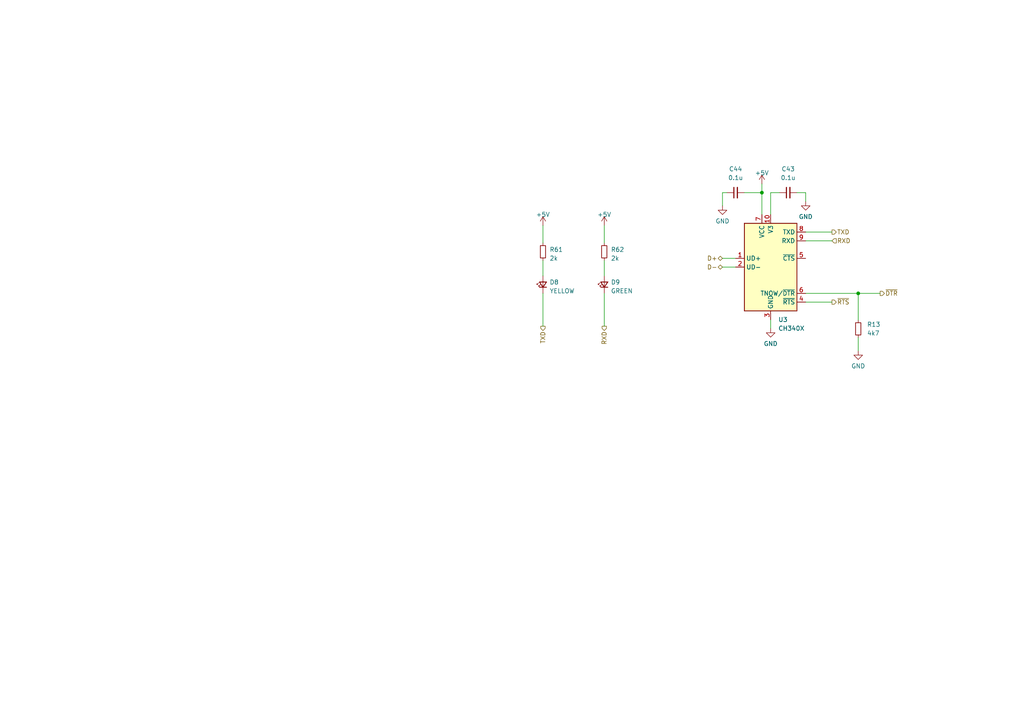
<source format=kicad_sch>
(kicad_sch
	(version 20231120)
	(generator "eeschema")
	(generator_version "8.0")
	(uuid "5c229586-3ba7-41ec-b90b-18c36cce381c")
	(paper "A4")
	(lib_symbols
		(symbol "Device:C_Small"
			(pin_numbers hide)
			(pin_names
				(offset 0.254) hide)
			(exclude_from_sim no)
			(in_bom yes)
			(on_board yes)
			(property "Reference" "C"
				(at 0.254 1.778 0)
				(effects
					(font
						(size 1.27 1.27)
					)
					(justify left)
				)
			)
			(property "Value" "C_Small"
				(at 0.254 -2.032 0)
				(effects
					(font
						(size 1.27 1.27)
					)
					(justify left)
				)
			)
			(property "Footprint" ""
				(at 0 0 0)
				(effects
					(font
						(size 1.27 1.27)
					)
					(hide yes)
				)
			)
			(property "Datasheet" "~"
				(at 0 0 0)
				(effects
					(font
						(size 1.27 1.27)
					)
					(hide yes)
				)
			)
			(property "Description" "Unpolarized capacitor, small symbol"
				(at 0 0 0)
				(effects
					(font
						(size 1.27 1.27)
					)
					(hide yes)
				)
			)
			(property "ki_keywords" "capacitor cap"
				(at 0 0 0)
				(effects
					(font
						(size 1.27 1.27)
					)
					(hide yes)
				)
			)
			(property "ki_fp_filters" "C_*"
				(at 0 0 0)
				(effects
					(font
						(size 1.27 1.27)
					)
					(hide yes)
				)
			)
			(symbol "C_Small_0_1"
				(polyline
					(pts
						(xy -1.524 -0.508) (xy 1.524 -0.508)
					)
					(stroke
						(width 0.3302)
						(type default)
					)
					(fill
						(type none)
					)
				)
				(polyline
					(pts
						(xy -1.524 0.508) (xy 1.524 0.508)
					)
					(stroke
						(width 0.3048)
						(type default)
					)
					(fill
						(type none)
					)
				)
			)
			(symbol "C_Small_1_1"
				(pin passive line
					(at 0 2.54 270)
					(length 2.032)
					(name "~"
						(effects
							(font
								(size 1.27 1.27)
							)
						)
					)
					(number "1"
						(effects
							(font
								(size 1.27 1.27)
							)
						)
					)
				)
				(pin passive line
					(at 0 -2.54 90)
					(length 2.032)
					(name "~"
						(effects
							(font
								(size 1.27 1.27)
							)
						)
					)
					(number "2"
						(effects
							(font
								(size 1.27 1.27)
							)
						)
					)
				)
			)
		)
		(symbol "Device:LED_Small"
			(pin_numbers hide)
			(pin_names
				(offset 0.254) hide)
			(exclude_from_sim no)
			(in_bom yes)
			(on_board yes)
			(property "Reference" "D"
				(at -1.27 3.175 0)
				(effects
					(font
						(size 1.27 1.27)
					)
					(justify left)
				)
			)
			(property "Value" "LED_Small"
				(at -4.445 -2.54 0)
				(effects
					(font
						(size 1.27 1.27)
					)
					(justify left)
				)
			)
			(property "Footprint" ""
				(at 0 0 90)
				(effects
					(font
						(size 1.27 1.27)
					)
					(hide yes)
				)
			)
			(property "Datasheet" "~"
				(at 0 0 90)
				(effects
					(font
						(size 1.27 1.27)
					)
					(hide yes)
				)
			)
			(property "Description" "Light emitting diode, small symbol"
				(at 0 0 0)
				(effects
					(font
						(size 1.27 1.27)
					)
					(hide yes)
				)
			)
			(property "ki_keywords" "LED diode light-emitting-diode"
				(at 0 0 0)
				(effects
					(font
						(size 1.27 1.27)
					)
					(hide yes)
				)
			)
			(property "ki_fp_filters" "LED* LED_SMD:* LED_THT:*"
				(at 0 0 0)
				(effects
					(font
						(size 1.27 1.27)
					)
					(hide yes)
				)
			)
			(symbol "LED_Small_0_1"
				(polyline
					(pts
						(xy -0.762 -1.016) (xy -0.762 1.016)
					)
					(stroke
						(width 0.254)
						(type default)
					)
					(fill
						(type none)
					)
				)
				(polyline
					(pts
						(xy 1.016 0) (xy -0.762 0)
					)
					(stroke
						(width 0)
						(type default)
					)
					(fill
						(type none)
					)
				)
				(polyline
					(pts
						(xy 0.762 -1.016) (xy -0.762 0) (xy 0.762 1.016) (xy 0.762 -1.016)
					)
					(stroke
						(width 0.254)
						(type default)
					)
					(fill
						(type none)
					)
				)
				(polyline
					(pts
						(xy 0 0.762) (xy -0.508 1.27) (xy -0.254 1.27) (xy -0.508 1.27) (xy -0.508 1.016)
					)
					(stroke
						(width 0)
						(type default)
					)
					(fill
						(type none)
					)
				)
				(polyline
					(pts
						(xy 0.508 1.27) (xy 0 1.778) (xy 0.254 1.778) (xy 0 1.778) (xy 0 1.524)
					)
					(stroke
						(width 0)
						(type default)
					)
					(fill
						(type none)
					)
				)
			)
			(symbol "LED_Small_1_1"
				(pin passive line
					(at -2.54 0 0)
					(length 1.778)
					(name "K"
						(effects
							(font
								(size 1.27 1.27)
							)
						)
					)
					(number "1"
						(effects
							(font
								(size 1.27 1.27)
							)
						)
					)
				)
				(pin passive line
					(at 2.54 0 180)
					(length 1.778)
					(name "A"
						(effects
							(font
								(size 1.27 1.27)
							)
						)
					)
					(number "2"
						(effects
							(font
								(size 1.27 1.27)
							)
						)
					)
				)
			)
		)
		(symbol "Device:R_Small"
			(pin_numbers hide)
			(pin_names
				(offset 0.254) hide)
			(exclude_from_sim no)
			(in_bom yes)
			(on_board yes)
			(property "Reference" "R"
				(at 0.762 0.508 0)
				(effects
					(font
						(size 1.27 1.27)
					)
					(justify left)
				)
			)
			(property "Value" "R_Small"
				(at 0.762 -1.016 0)
				(effects
					(font
						(size 1.27 1.27)
					)
					(justify left)
				)
			)
			(property "Footprint" ""
				(at 0 0 0)
				(effects
					(font
						(size 1.27 1.27)
					)
					(hide yes)
				)
			)
			(property "Datasheet" "~"
				(at 0 0 0)
				(effects
					(font
						(size 1.27 1.27)
					)
					(hide yes)
				)
			)
			(property "Description" "Resistor, small symbol"
				(at 0 0 0)
				(effects
					(font
						(size 1.27 1.27)
					)
					(hide yes)
				)
			)
			(property "ki_keywords" "R resistor"
				(at 0 0 0)
				(effects
					(font
						(size 1.27 1.27)
					)
					(hide yes)
				)
			)
			(property "ki_fp_filters" "R_*"
				(at 0 0 0)
				(effects
					(font
						(size 1.27 1.27)
					)
					(hide yes)
				)
			)
			(symbol "R_Small_0_1"
				(rectangle
					(start -0.762 1.778)
					(end 0.762 -1.778)
					(stroke
						(width 0.2032)
						(type default)
					)
					(fill
						(type none)
					)
				)
			)
			(symbol "R_Small_1_1"
				(pin passive line
					(at 0 2.54 270)
					(length 0.762)
					(name "~"
						(effects
							(font
								(size 1.27 1.27)
							)
						)
					)
					(number "1"
						(effects
							(font
								(size 1.27 1.27)
							)
						)
					)
				)
				(pin passive line
					(at 0 -2.54 90)
					(length 0.762)
					(name "~"
						(effects
							(font
								(size 1.27 1.27)
							)
						)
					)
					(number "2"
						(effects
							(font
								(size 1.27 1.27)
							)
						)
					)
				)
			)
		)
		(symbol "Interface_USB:CH340X"
			(exclude_from_sim no)
			(in_bom yes)
			(on_board yes)
			(property "Reference" "U"
				(at -5.08 13.97 0)
				(effects
					(font
						(size 1.27 1.27)
					)
					(justify right)
				)
			)
			(property "Value" "CH340X"
				(at 1.27 13.97 0)
				(effects
					(font
						(size 1.27 1.27)
					)
					(justify left)
				)
			)
			(property "Footprint" "Package_SO:MSOP-10_3x3mm_P0.5mm"
				(at 1.27 -13.97 0)
				(effects
					(font
						(size 1.27 1.27)
					)
					(justify left)
					(hide yes)
				)
			)
			(property "Datasheet" "https://cdn.sparkfun.com/assets/5/0/a/8/5/CH340DS1.PDF"
				(at -8.89 20.32 0)
				(effects
					(font
						(size 1.27 1.27)
					)
					(hide yes)
				)
			)
			(property "Description" "USB serial converter, 5V-tolerant IO, UART, MSOP-10"
				(at 0 0 0)
				(effects
					(font
						(size 1.27 1.27)
					)
					(hide yes)
				)
			)
			(property "ki_keywords" "USB UART Serial Converter Interface"
				(at 0 0 0)
				(effects
					(font
						(size 1.27 1.27)
					)
					(hide yes)
				)
			)
			(property "ki_fp_filters" "MSOP*3x3mm*P0.5mm*"
				(at 0 0 0)
				(effects
					(font
						(size 1.27 1.27)
					)
					(hide yes)
				)
			)
			(symbol "CH340X_0_1"
				(rectangle
					(start -7.62 12.7)
					(end 7.62 -12.7)
					(stroke
						(width 0.254)
						(type default)
					)
					(fill
						(type background)
					)
				)
			)
			(symbol "CH340X_1_1"
				(pin bidirectional line
					(at -10.16 2.54 0)
					(length 2.54)
					(name "UD+"
						(effects
							(font
								(size 1.27 1.27)
							)
						)
					)
					(number "1"
						(effects
							(font
								(size 1.27 1.27)
							)
						)
					)
				)
				(pin power_out line
					(at 0 15.24 270)
					(length 2.54)
					(name "V3"
						(effects
							(font
								(size 1.27 1.27)
							)
						)
					)
					(number "10"
						(effects
							(font
								(size 1.27 1.27)
							)
						)
					)
				)
				(pin bidirectional line
					(at -10.16 0 0)
					(length 2.54)
					(name "UD-"
						(effects
							(font
								(size 1.27 1.27)
							)
						)
					)
					(number "2"
						(effects
							(font
								(size 1.27 1.27)
							)
						)
					)
				)
				(pin power_in line
					(at 0 -15.24 90)
					(length 2.54)
					(name "GND"
						(effects
							(font
								(size 1.27 1.27)
							)
						)
					)
					(number "3"
						(effects
							(font
								(size 1.27 1.27)
							)
						)
					)
				)
				(pin output line
					(at 10.16 -10.16 180)
					(length 2.54)
					(name "~{RTS}"
						(effects
							(font
								(size 1.27 1.27)
							)
						)
					)
					(number "4"
						(effects
							(font
								(size 1.27 1.27)
							)
						)
					)
				)
				(pin input line
					(at 10.16 2.54 180)
					(length 2.54)
					(name "~{CTS}"
						(effects
							(font
								(size 1.27 1.27)
							)
						)
					)
					(number "5"
						(effects
							(font
								(size 1.27 1.27)
							)
						)
					)
				)
				(pin output line
					(at 10.16 -7.62 180)
					(length 2.54)
					(name "TNOW/~{DTR}"
						(effects
							(font
								(size 1.27 1.27)
							)
						)
					)
					(number "6"
						(effects
							(font
								(size 1.27 1.27)
							)
						)
					)
				)
				(pin power_in line
					(at -2.54 15.24 270)
					(length 2.54)
					(name "VCC"
						(effects
							(font
								(size 1.27 1.27)
							)
						)
					)
					(number "7"
						(effects
							(font
								(size 1.27 1.27)
							)
						)
					)
				)
				(pin output line
					(at 10.16 10.16 180)
					(length 2.54)
					(name "TXD"
						(effects
							(font
								(size 1.27 1.27)
							)
						)
					)
					(number "8"
						(effects
							(font
								(size 1.27 1.27)
							)
						)
					)
				)
				(pin input line
					(at 10.16 7.62 180)
					(length 2.54)
					(name "RXD"
						(effects
							(font
								(size 1.27 1.27)
							)
						)
					)
					(number "9"
						(effects
							(font
								(size 1.27 1.27)
							)
						)
					)
				)
			)
		)
		(symbol "power:+5V"
			(power)
			(pin_names
				(offset 0)
			)
			(exclude_from_sim no)
			(in_bom yes)
			(on_board yes)
			(property "Reference" "#PWR"
				(at 0 -3.81 0)
				(effects
					(font
						(size 1.27 1.27)
					)
					(hide yes)
				)
			)
			(property "Value" "+5V"
				(at 0 3.556 0)
				(effects
					(font
						(size 1.27 1.27)
					)
				)
			)
			(property "Footprint" ""
				(at 0 0 0)
				(effects
					(font
						(size 1.27 1.27)
					)
					(hide yes)
				)
			)
			(property "Datasheet" ""
				(at 0 0 0)
				(effects
					(font
						(size 1.27 1.27)
					)
					(hide yes)
				)
			)
			(property "Description" "Power symbol creates a global label with name \"+5V\""
				(at 0 0 0)
				(effects
					(font
						(size 1.27 1.27)
					)
					(hide yes)
				)
			)
			(property "ki_keywords" "global power"
				(at 0 0 0)
				(effects
					(font
						(size 1.27 1.27)
					)
					(hide yes)
				)
			)
			(symbol "+5V_0_1"
				(polyline
					(pts
						(xy -0.762 1.27) (xy 0 2.54)
					)
					(stroke
						(width 0)
						(type default)
					)
					(fill
						(type none)
					)
				)
				(polyline
					(pts
						(xy 0 0) (xy 0 2.54)
					)
					(stroke
						(width 0)
						(type default)
					)
					(fill
						(type none)
					)
				)
				(polyline
					(pts
						(xy 0 2.54) (xy 0.762 1.27)
					)
					(stroke
						(width 0)
						(type default)
					)
					(fill
						(type none)
					)
				)
			)
			(symbol "+5V_1_1"
				(pin power_in line
					(at 0 0 90)
					(length 0) hide
					(name "+5V"
						(effects
							(font
								(size 1.27 1.27)
							)
						)
					)
					(number "1"
						(effects
							(font
								(size 1.27 1.27)
							)
						)
					)
				)
			)
		)
		(symbol "power:GND"
			(power)
			(pin_names
				(offset 0)
			)
			(exclude_from_sim no)
			(in_bom yes)
			(on_board yes)
			(property "Reference" "#PWR"
				(at 0 -6.35 0)
				(effects
					(font
						(size 1.27 1.27)
					)
					(hide yes)
				)
			)
			(property "Value" "GND"
				(at 0 -3.81 0)
				(effects
					(font
						(size 1.27 1.27)
					)
				)
			)
			(property "Footprint" ""
				(at 0 0 0)
				(effects
					(font
						(size 1.27 1.27)
					)
					(hide yes)
				)
			)
			(property "Datasheet" ""
				(at 0 0 0)
				(effects
					(font
						(size 1.27 1.27)
					)
					(hide yes)
				)
			)
			(property "Description" "Power symbol creates a global label with name \"GND\" , ground"
				(at 0 0 0)
				(effects
					(font
						(size 1.27 1.27)
					)
					(hide yes)
				)
			)
			(property "ki_keywords" "global power"
				(at 0 0 0)
				(effects
					(font
						(size 1.27 1.27)
					)
					(hide yes)
				)
			)
			(symbol "GND_0_1"
				(polyline
					(pts
						(xy 0 0) (xy 0 -1.27) (xy 1.27 -1.27) (xy 0 -2.54) (xy -1.27 -1.27) (xy 0 -1.27)
					)
					(stroke
						(width 0)
						(type default)
					)
					(fill
						(type none)
					)
				)
			)
			(symbol "GND_1_1"
				(pin power_in line
					(at 0 0 270)
					(length 0) hide
					(name "GND"
						(effects
							(font
								(size 1.27 1.27)
							)
						)
					)
					(number "1"
						(effects
							(font
								(size 1.27 1.27)
							)
						)
					)
				)
			)
		)
	)
	(junction
		(at 248.92 85.09)
		(diameter 0)
		(color 0 0 0 0)
		(uuid "e7d8d392-5503-4008-8242-ac6db60419c1")
	)
	(junction
		(at 220.98 55.88)
		(diameter 0)
		(color 0 0 0 0)
		(uuid "f4bc8e39-86eb-47c1-af11-b399f9a2fcf0")
	)
	(wire
		(pts
			(xy 175.26 75.565) (xy 175.26 80.01)
		)
		(stroke
			(width 0)
			(type default)
		)
		(uuid "022c2b25-38e2-4e5b-8388-b33adea0dbd7")
	)
	(wire
		(pts
			(xy 223.52 62.23) (xy 223.52 55.88)
		)
		(stroke
			(width 0)
			(type default)
		)
		(uuid "18815650-1443-426d-984d-d390594c80c3")
	)
	(wire
		(pts
			(xy 223.52 95.25) (xy 223.52 92.71)
		)
		(stroke
			(width 0)
			(type default)
		)
		(uuid "1918bd63-51f2-4710-997a-7be0b8f5167d")
	)
	(wire
		(pts
			(xy 248.92 85.09) (xy 248.92 92.837)
		)
		(stroke
			(width 0)
			(type default)
		)
		(uuid "202383e3-ea81-4c12-b2a4-87cf22544050")
	)
	(wire
		(pts
			(xy 210.82 55.88) (xy 209.55 55.88)
		)
		(stroke
			(width 0)
			(type default)
		)
		(uuid "2c514547-c2e2-4525-9843-d33ebe4c6c9b")
	)
	(wire
		(pts
			(xy 233.68 85.09) (xy 248.92 85.09)
		)
		(stroke
			(width 0)
			(type default)
		)
		(uuid "2ca060ac-d5cd-4a93-bdf2-73f987971d6d")
	)
	(wire
		(pts
			(xy 231.14 55.88) (xy 233.68 55.88)
		)
		(stroke
			(width 0)
			(type default)
		)
		(uuid "45bb1494-e74d-4c25-9fdb-66d46376d7eb")
	)
	(wire
		(pts
			(xy 233.68 87.63) (xy 241.3 87.63)
		)
		(stroke
			(width 0)
			(type default)
		)
		(uuid "5052d9b0-773b-48c3-a104-556646c3b5f6")
	)
	(wire
		(pts
			(xy 157.48 65.405) (xy 157.48 70.485)
		)
		(stroke
			(width 0)
			(type default)
		)
		(uuid "531f05ee-36cc-4c92-97aa-85e718d49a00")
	)
	(wire
		(pts
			(xy 175.26 85.09) (xy 175.26 94.615)
		)
		(stroke
			(width 0)
			(type default)
		)
		(uuid "6329efe3-5c52-43ee-8bb8-43cfd9999b6a")
	)
	(wire
		(pts
			(xy 175.26 65.405) (xy 175.26 70.485)
		)
		(stroke
			(width 0)
			(type default)
		)
		(uuid "685fb87d-1e44-4119-b087-c46b71b66a2d")
	)
	(wire
		(pts
			(xy 209.55 74.93) (xy 213.36 74.93)
		)
		(stroke
			(width 0)
			(type default)
		)
		(uuid "74c16f6e-4fc8-4903-8158-06e25171355b")
	)
	(wire
		(pts
			(xy 157.48 75.565) (xy 157.48 80.01)
		)
		(stroke
			(width 0)
			(type default)
		)
		(uuid "85a320ea-7cf3-4ffd-afe3-570f995ac1a2")
	)
	(wire
		(pts
			(xy 157.48 85.09) (xy 157.48 94.615)
		)
		(stroke
			(width 0)
			(type default)
		)
		(uuid "8c626a26-8fa0-460c-a110-1d19c245253c")
	)
	(wire
		(pts
			(xy 233.68 67.31) (xy 241.3 67.31)
		)
		(stroke
			(width 0)
			(type default)
		)
		(uuid "95181d99-d72e-4d34-88c7-6af9e78ab790")
	)
	(wire
		(pts
			(xy 233.68 55.88) (xy 233.68 58.42)
		)
		(stroke
			(width 0)
			(type default)
		)
		(uuid "a3f793be-4324-4acb-b299-7d64c804729e")
	)
	(wire
		(pts
			(xy 209.55 77.47) (xy 213.36 77.47)
		)
		(stroke
			(width 0)
			(type default)
		)
		(uuid "c0b45502-d69a-47c2-beb6-b740e32fc24c")
	)
	(wire
		(pts
			(xy 209.55 55.88) (xy 209.55 59.69)
		)
		(stroke
			(width 0)
			(type default)
		)
		(uuid "cc10b3a5-1128-4725-a82c-4bf48585151a")
	)
	(wire
		(pts
			(xy 220.98 55.88) (xy 220.98 62.23)
		)
		(stroke
			(width 0)
			(type default)
		)
		(uuid "df646115-b597-4492-a65f-d9f19eb61a2c")
	)
	(wire
		(pts
			(xy 220.98 53.34) (xy 220.98 55.88)
		)
		(stroke
			(width 0)
			(type default)
		)
		(uuid "e1bc2d8d-d1e9-49e8-8692-a0aec208acd2")
	)
	(wire
		(pts
			(xy 248.92 85.09) (xy 255.27 85.09)
		)
		(stroke
			(width 0)
			(type default)
		)
		(uuid "ed994f6c-2566-46bf-aef8-e93a54611411")
	)
	(wire
		(pts
			(xy 215.9 55.88) (xy 220.98 55.88)
		)
		(stroke
			(width 0)
			(type default)
		)
		(uuid "efeaaa6c-0dd8-43a7-ab6f-0dc62b0c3c61")
	)
	(wire
		(pts
			(xy 233.68 69.85) (xy 241.3 69.85)
		)
		(stroke
			(width 0)
			(type default)
		)
		(uuid "f08f96f6-e169-4541-b133-df36f94e14b9")
	)
	(wire
		(pts
			(xy 248.92 97.917) (xy 248.92 101.727)
		)
		(stroke
			(width 0)
			(type default)
		)
		(uuid "f4f973ed-5e63-4c0d-b074-b15aa9c3f396")
	)
	(wire
		(pts
			(xy 223.52 55.88) (xy 226.06 55.88)
		)
		(stroke
			(width 0)
			(type default)
		)
		(uuid "ff12acad-d61f-4816-9a40-751078b090e7")
	)
	(hierarchical_label "TXD"
		(shape output)
		(at 241.3 67.31 0)
		(fields_autoplaced yes)
		(effects
			(font
				(size 1.27 1.27)
			)
			(justify left)
		)
		(uuid "208d764b-6b6b-49f7-a0c2-e1ee6a054075")
	)
	(hierarchical_label "TXD"
		(shape output)
		(at 157.48 94.615 270)
		(fields_autoplaced yes)
		(effects
			(font
				(size 1.27 1.27)
			)
			(justify right)
		)
		(uuid "395e5080-f5e5-44f4-9937-ff6f83c1a5dd")
	)
	(hierarchical_label "RXD"
		(shape output)
		(at 175.26 94.615 270)
		(fields_autoplaced yes)
		(effects
			(font
				(size 1.27 1.27)
			)
			(justify right)
		)
		(uuid "3c2702da-d350-47bb-b893-57e2dee208e0")
	)
	(hierarchical_label "D-"
		(shape bidirectional)
		(at 209.55 77.47 180)
		(fields_autoplaced yes)
		(effects
			(font
				(size 1.27 1.27)
			)
			(justify right)
		)
		(uuid "6980748f-4298-4545-9a41-c6f37817d306")
	)
	(hierarchical_label "D+"
		(shape bidirectional)
		(at 209.55 74.93 180)
		(fields_autoplaced yes)
		(effects
			(font
				(size 1.27 1.27)
			)
			(justify right)
		)
		(uuid "6ab6921b-96c5-4c38-aefb-30ff3cc497e6")
	)
	(hierarchical_label "~{DTR}"
		(shape output)
		(at 255.27 85.09 0)
		(fields_autoplaced yes)
		(effects
			(font
				(size 1.27 1.27)
			)
			(justify left)
		)
		(uuid "b9e5e6ee-b7a4-4ec2-b42e-dd60ce525f0a")
	)
	(hierarchical_label "RXD"
		(shape input)
		(at 241.3 69.85 0)
		(fields_autoplaced yes)
		(effects
			(font
				(size 1.27 1.27)
			)
			(justify left)
		)
		(uuid "ef476d6f-534f-4f95-b6de-8832676dd43b")
	)
	(hierarchical_label "~{RTS}"
		(shape output)
		(at 241.3 87.63 0)
		(fields_autoplaced yes)
		(effects
			(font
				(size 1.27 1.27)
			)
			(justify left)
		)
		(uuid "fcc87c22-6376-4282-998c-c5b29e79d55f")
	)
	(symbol
		(lib_id "Device:LED_Small")
		(at 157.48 82.55 90)
		(unit 1)
		(exclude_from_sim no)
		(in_bom yes)
		(on_board yes)
		(dnp no)
		(fields_autoplaced yes)
		(uuid "02f1ae64-d60f-43a9-9b8e-1f357e3228d5")
		(property "Reference" "D8"
			(at 159.385 81.8515 90)
			(effects
				(font
					(size 1.27 1.27)
				)
				(justify right)
			)
		)
		(property "Value" "YELLOW"
			(at 159.385 84.3915 90)
			(effects
				(font
					(size 1.27 1.27)
				)
				(justify right)
			)
		)
		(property "Footprint" "LED_SMD:LED_0603_1608Metric"
			(at 157.48 82.55 90)
			(effects
				(font
					(size 1.27 1.27)
				)
				(hide yes)
			)
		)
		(property "Datasheet" "~"
			(at 157.48 82.55 90)
			(effects
				(font
					(size 1.27 1.27)
				)
				(hide yes)
			)
		)
		(property "Description" ""
			(at 157.48 82.55 0)
			(effects
				(font
					(size 1.27 1.27)
				)
				(hide yes)
			)
		)
		(pin "1"
			(uuid "c8dbe122-19c2-4017-b4b5-41434e27ce21")
		)
		(pin "2"
			(uuid "e097f0ec-3a7e-44bc-a246-be4bb7bfdc56")
		)
		(instances
			(project "remote_controller"
				(path "/e63e39d7-6ac0-4ffd-8aa3-1841a4541b55/478ab5f2-1395-4a80-89b5-2d14c9701ae4"
					(reference "D8")
					(unit 1)
				)
			)
		)
	)
	(symbol
		(lib_id "Device:R_Small")
		(at 248.92 95.377 0)
		(unit 1)
		(exclude_from_sim no)
		(in_bom yes)
		(on_board yes)
		(dnp no)
		(fields_autoplaced yes)
		(uuid "09308f4b-2759-4b2c-80ab-58a2a9d86048")
		(property "Reference" "R13"
			(at 251.46 94.107 0)
			(effects
				(font
					(size 1.27 1.27)
				)
				(justify left)
			)
		)
		(property "Value" "4k7"
			(at 251.46 96.647 0)
			(effects
				(font
					(size 1.27 1.27)
				)
				(justify left)
			)
		)
		(property "Footprint" "Resistor_SMD:R_0603_1608Metric"
			(at 248.92 95.377 0)
			(effects
				(font
					(size 1.27 1.27)
				)
				(hide yes)
			)
		)
		(property "Datasheet" "~"
			(at 248.92 95.377 0)
			(effects
				(font
					(size 1.27 1.27)
				)
				(hide yes)
			)
		)
		(property "Description" ""
			(at 248.92 95.377 0)
			(effects
				(font
					(size 1.27 1.27)
				)
				(hide yes)
			)
		)
		(pin "1"
			(uuid "6141e9e3-b5bf-4e13-a52c-b98a5a812f4d")
		)
		(pin "2"
			(uuid "ef404ec0-d444-4752-8bad-6884b4f25067")
		)
		(instances
			(project "remote_controller"
				(path "/e63e39d7-6ac0-4ffd-8aa3-1841a4541b55/478ab5f2-1395-4a80-89b5-2d14c9701ae4"
					(reference "R13")
					(unit 1)
				)
			)
		)
	)
	(symbol
		(lib_id "power:GND")
		(at 233.68 58.42 0)
		(unit 1)
		(exclude_from_sim no)
		(in_bom yes)
		(on_board yes)
		(dnp no)
		(fields_autoplaced yes)
		(uuid "28017e38-a764-4cfd-9cfe-5745801ddaed")
		(property "Reference" "#PWR016"
			(at 233.68 64.77 0)
			(effects
				(font
					(size 1.27 1.27)
				)
				(hide yes)
			)
		)
		(property "Value" "GND"
			(at 233.68 62.865 0)
			(effects
				(font
					(size 1.27 1.27)
				)
			)
		)
		(property "Footprint" ""
			(at 233.68 58.42 0)
			(effects
				(font
					(size 1.27 1.27)
				)
				(hide yes)
			)
		)
		(property "Datasheet" ""
			(at 233.68 58.42 0)
			(effects
				(font
					(size 1.27 1.27)
				)
				(hide yes)
			)
		)
		(property "Description" ""
			(at 233.68 58.42 0)
			(effects
				(font
					(size 1.27 1.27)
				)
				(hide yes)
			)
		)
		(pin "1"
			(uuid "eb20c5fc-6d73-4fa1-a68b-03f9748e1846")
		)
		(instances
			(project "remote_controller"
				(path "/e63e39d7-6ac0-4ffd-8aa3-1841a4541b55/478ab5f2-1395-4a80-89b5-2d14c9701ae4"
					(reference "#PWR016")
					(unit 1)
				)
			)
		)
	)
	(symbol
		(lib_id "Device:R_Small")
		(at 175.26 73.025 0)
		(unit 1)
		(exclude_from_sim no)
		(in_bom yes)
		(on_board yes)
		(dnp no)
		(fields_autoplaced yes)
		(uuid "3357d969-b78c-4be4-bd5a-295d73b2b695")
		(property "Reference" "R62"
			(at 177.165 72.39 0)
			(effects
				(font
					(size 1.27 1.27)
				)
				(justify left)
			)
		)
		(property "Value" "2k"
			(at 177.165 74.93 0)
			(effects
				(font
					(size 1.27 1.27)
				)
				(justify left)
			)
		)
		(property "Footprint" "Resistor_SMD:R_0603_1608Metric"
			(at 175.26 73.025 0)
			(effects
				(font
					(size 1.27 1.27)
				)
				(hide yes)
			)
		)
		(property "Datasheet" "~"
			(at 175.26 73.025 0)
			(effects
				(font
					(size 1.27 1.27)
				)
				(hide yes)
			)
		)
		(property "Description" ""
			(at 175.26 73.025 0)
			(effects
				(font
					(size 1.27 1.27)
				)
				(hide yes)
			)
		)
		(pin "1"
			(uuid "727afa39-f339-4774-999e-b15e870bb1a0")
		)
		(pin "2"
			(uuid "acac4dc2-696e-444b-a9b0-f643a5f344b4")
		)
		(instances
			(project "remote_controller"
				(path "/e63e39d7-6ac0-4ffd-8aa3-1841a4541b55/478ab5f2-1395-4a80-89b5-2d14c9701ae4"
					(reference "R62")
					(unit 1)
				)
			)
		)
	)
	(symbol
		(lib_id "power:GND")
		(at 248.92 101.727 0)
		(unit 1)
		(exclude_from_sim no)
		(in_bom yes)
		(on_board yes)
		(dnp no)
		(fields_autoplaced yes)
		(uuid "39a87938-5b87-4176-a5da-4ebaaf887320")
		(property "Reference" "#PWR025"
			(at 248.92 108.077 0)
			(effects
				(font
					(size 1.27 1.27)
				)
				(hide yes)
			)
		)
		(property "Value" "GND"
			(at 248.92 106.172 0)
			(effects
				(font
					(size 1.27 1.27)
				)
			)
		)
		(property "Footprint" ""
			(at 248.92 101.727 0)
			(effects
				(font
					(size 1.27 1.27)
				)
				(hide yes)
			)
		)
		(property "Datasheet" ""
			(at 248.92 101.727 0)
			(effects
				(font
					(size 1.27 1.27)
				)
				(hide yes)
			)
		)
		(property "Description" ""
			(at 248.92 101.727 0)
			(effects
				(font
					(size 1.27 1.27)
				)
				(hide yes)
			)
		)
		(pin "1"
			(uuid "4d41c961-50f2-4845-957a-0849331f2ea1")
		)
		(instances
			(project "remote_controller"
				(path "/e63e39d7-6ac0-4ffd-8aa3-1841a4541b55/478ab5f2-1395-4a80-89b5-2d14c9701ae4"
					(reference "#PWR025")
					(unit 1)
				)
			)
		)
	)
	(symbol
		(lib_id "Interface_USB:CH340X")
		(at 223.52 77.47 0)
		(unit 1)
		(exclude_from_sim no)
		(in_bom yes)
		(on_board yes)
		(dnp no)
		(fields_autoplaced yes)
		(uuid "4f15143d-3117-4d34-ac6c-cd8758932ac2")
		(property "Reference" "U3"
			(at 225.7141 92.71 0)
			(effects
				(font
					(size 1.27 1.27)
				)
				(justify left)
			)
		)
		(property "Value" "CH340X"
			(at 225.7141 95.25 0)
			(effects
				(font
					(size 1.27 1.27)
				)
				(justify left)
			)
		)
		(property "Footprint" "Package_SO:MSOP-10_3x3mm_P0.5mm"
			(at 224.79 91.44 0)
			(effects
				(font
					(size 1.27 1.27)
				)
				(justify left)
				(hide yes)
			)
		)
		(property "Datasheet" "https://cdn.sparkfun.com/assets/5/0/a/8/5/CH340DS1.PDF"
			(at 214.63 57.15 0)
			(effects
				(font
					(size 1.27 1.27)
				)
				(hide yes)
			)
		)
		(property "Description" "USB serial converter, 5V-tolerant IO, UART, MSOP-10"
			(at 223.52 77.47 0)
			(effects
				(font
					(size 1.27 1.27)
				)
				(hide yes)
			)
		)
		(pin "1"
			(uuid "b8cbd01a-1784-4982-b611-08fdf199892d")
		)
		(pin "2"
			(uuid "24506406-df8e-4db6-a703-45a0c807c530")
		)
		(pin "4"
			(uuid "3495a2c3-f356-4eac-b18f-dc5a8061453c")
		)
		(pin "8"
			(uuid "1a81c75f-0a40-4c8d-88a7-2bb6b73c69c2")
		)
		(pin "3"
			(uuid "d8bd9e30-133e-4b2f-bf66-c06c2662cf10")
		)
		(pin "5"
			(uuid "793e4be7-85f8-43bc-9034-e954718074a7")
		)
		(pin "10"
			(uuid "5280487a-9944-4b4f-935b-cf3289c0496d")
		)
		(pin "9"
			(uuid "2263cbec-dfdc-4fbb-9199-900d7ba3aee8")
		)
		(pin "6"
			(uuid "9a7b7275-3ecc-4dc4-b337-0323c5ebf038")
		)
		(pin "7"
			(uuid "4158f171-f267-4ff1-8417-0fe346092be8")
		)
		(instances
			(project "remote_controller"
				(path "/e63e39d7-6ac0-4ffd-8aa3-1841a4541b55/478ab5f2-1395-4a80-89b5-2d14c9701ae4"
					(reference "U3")
					(unit 1)
				)
			)
		)
	)
	(symbol
		(lib_id "power:+5V")
		(at 157.48 65.405 0)
		(unit 1)
		(exclude_from_sim no)
		(in_bom yes)
		(on_board yes)
		(dnp no)
		(fields_autoplaced yes)
		(uuid "68ad85dc-534f-4b2a-99f8-9f59a9d23802")
		(property "Reference" "#PWR0120"
			(at 157.48 69.215 0)
			(effects
				(font
					(size 1.27 1.27)
				)
				(hide yes)
			)
		)
		(property "Value" "+5V"
			(at 157.48 62.23 0)
			(effects
				(font
					(size 1.27 1.27)
				)
			)
		)
		(property "Footprint" ""
			(at 157.48 65.405 0)
			(effects
				(font
					(size 1.27 1.27)
				)
				(hide yes)
			)
		)
		(property "Datasheet" ""
			(at 157.48 65.405 0)
			(effects
				(font
					(size 1.27 1.27)
				)
				(hide yes)
			)
		)
		(property "Description" ""
			(at 157.48 65.405 0)
			(effects
				(font
					(size 1.27 1.27)
				)
				(hide yes)
			)
		)
		(pin "1"
			(uuid "25107f60-3312-41f8-8834-5c13a2114bbc")
		)
		(instances
			(project "remote_controller"
				(path "/e63e39d7-6ac0-4ffd-8aa3-1841a4541b55/478ab5f2-1395-4a80-89b5-2d14c9701ae4"
					(reference "#PWR0120")
					(unit 1)
				)
			)
		)
	)
	(symbol
		(lib_id "power:GND")
		(at 223.52 95.25 0)
		(unit 1)
		(exclude_from_sim no)
		(in_bom yes)
		(on_board yes)
		(dnp no)
		(fields_autoplaced yes)
		(uuid "69fb0af9-6d95-4d6c-be3e-48976d0a3b7a")
		(property "Reference" "#PWR06"
			(at 223.52 101.6 0)
			(effects
				(font
					(size 1.27 1.27)
				)
				(hide yes)
			)
		)
		(property "Value" "GND"
			(at 223.52 99.695 0)
			(effects
				(font
					(size 1.27 1.27)
				)
			)
		)
		(property "Footprint" ""
			(at 223.52 95.25 0)
			(effects
				(font
					(size 1.27 1.27)
				)
				(hide yes)
			)
		)
		(property "Datasheet" ""
			(at 223.52 95.25 0)
			(effects
				(font
					(size 1.27 1.27)
				)
				(hide yes)
			)
		)
		(property "Description" ""
			(at 223.52 95.25 0)
			(effects
				(font
					(size 1.27 1.27)
				)
				(hide yes)
			)
		)
		(pin "1"
			(uuid "652a3163-5ade-4293-be63-dee681d68b72")
		)
		(instances
			(project "remote_controller"
				(path "/e63e39d7-6ac0-4ffd-8aa3-1841a4541b55/478ab5f2-1395-4a80-89b5-2d14c9701ae4"
					(reference "#PWR06")
					(unit 1)
				)
			)
		)
	)
	(symbol
		(lib_id "power:+5V")
		(at 220.98 53.34 0)
		(unit 1)
		(exclude_from_sim no)
		(in_bom yes)
		(on_board yes)
		(dnp no)
		(fields_autoplaced yes)
		(uuid "71ae4d2e-6fe5-4a9a-bc03-068a6af9c56b")
		(property "Reference" "#PWR08"
			(at 220.98 57.15 0)
			(effects
				(font
					(size 1.27 1.27)
				)
				(hide yes)
			)
		)
		(property "Value" "+5V"
			(at 220.98 50.165 0)
			(effects
				(font
					(size 1.27 1.27)
				)
			)
		)
		(property "Footprint" ""
			(at 220.98 53.34 0)
			(effects
				(font
					(size 1.27 1.27)
				)
				(hide yes)
			)
		)
		(property "Datasheet" ""
			(at 220.98 53.34 0)
			(effects
				(font
					(size 1.27 1.27)
				)
				(hide yes)
			)
		)
		(property "Description" ""
			(at 220.98 53.34 0)
			(effects
				(font
					(size 1.27 1.27)
				)
				(hide yes)
			)
		)
		(pin "1"
			(uuid "46eab530-410d-41c3-a1a1-ca3ebc5c7352")
		)
		(instances
			(project "remote_controller"
				(path "/e63e39d7-6ac0-4ffd-8aa3-1841a4541b55/478ab5f2-1395-4a80-89b5-2d14c9701ae4"
					(reference "#PWR08")
					(unit 1)
				)
			)
		)
	)
	(symbol
		(lib_id "Device:R_Small")
		(at 157.48 73.025 0)
		(unit 1)
		(exclude_from_sim no)
		(in_bom yes)
		(on_board yes)
		(dnp no)
		(fields_autoplaced yes)
		(uuid "94065da3-35be-432c-a32c-1d202f1b716b")
		(property "Reference" "R61"
			(at 159.385 72.39 0)
			(effects
				(font
					(size 1.27 1.27)
				)
				(justify left)
			)
		)
		(property "Value" "2k"
			(at 159.385 74.93 0)
			(effects
				(font
					(size 1.27 1.27)
				)
				(justify left)
			)
		)
		(property "Footprint" "Resistor_SMD:R_0603_1608Metric"
			(at 157.48 73.025 0)
			(effects
				(font
					(size 1.27 1.27)
				)
				(hide yes)
			)
		)
		(property "Datasheet" "~"
			(at 157.48 73.025 0)
			(effects
				(font
					(size 1.27 1.27)
				)
				(hide yes)
			)
		)
		(property "Description" ""
			(at 157.48 73.025 0)
			(effects
				(font
					(size 1.27 1.27)
				)
				(hide yes)
			)
		)
		(pin "1"
			(uuid "d92612b1-8e11-41b2-905e-a312def896ca")
		)
		(pin "2"
			(uuid "fc6d9c73-0efb-4d34-842d-dfa1fe65795b")
		)
		(instances
			(project "remote_controller"
				(path "/e63e39d7-6ac0-4ffd-8aa3-1841a4541b55/478ab5f2-1395-4a80-89b5-2d14c9701ae4"
					(reference "R61")
					(unit 1)
				)
			)
		)
	)
	(symbol
		(lib_id "power:+5V")
		(at 175.26 65.405 0)
		(unit 1)
		(exclude_from_sim no)
		(in_bom yes)
		(on_board yes)
		(dnp no)
		(fields_autoplaced yes)
		(uuid "97d1680c-4bf1-445e-9017-4ce32cbb74f7")
		(property "Reference" "#PWR0121"
			(at 175.26 69.215 0)
			(effects
				(font
					(size 1.27 1.27)
				)
				(hide yes)
			)
		)
		(property "Value" "+5V"
			(at 175.26 62.23 0)
			(effects
				(font
					(size 1.27 1.27)
				)
			)
		)
		(property "Footprint" ""
			(at 175.26 65.405 0)
			(effects
				(font
					(size 1.27 1.27)
				)
				(hide yes)
			)
		)
		(property "Datasheet" ""
			(at 175.26 65.405 0)
			(effects
				(font
					(size 1.27 1.27)
				)
				(hide yes)
			)
		)
		(property "Description" ""
			(at 175.26 65.405 0)
			(effects
				(font
					(size 1.27 1.27)
				)
				(hide yes)
			)
		)
		(pin "1"
			(uuid "ca405b6c-d6f1-492c-acb8-18f36e6196a5")
		)
		(instances
			(project "remote_controller"
				(path "/e63e39d7-6ac0-4ffd-8aa3-1841a4541b55/478ab5f2-1395-4a80-89b5-2d14c9701ae4"
					(reference "#PWR0121")
					(unit 1)
				)
			)
		)
	)
	(symbol
		(lib_id "power:GND")
		(at 209.55 59.69 0)
		(unit 1)
		(exclude_from_sim no)
		(in_bom yes)
		(on_board yes)
		(dnp no)
		(fields_autoplaced yes)
		(uuid "cb03f872-18d5-4c7e-9828-acf840444c1a")
		(property "Reference" "#PWR019"
			(at 209.55 66.04 0)
			(effects
				(font
					(size 1.27 1.27)
				)
				(hide yes)
			)
		)
		(property "Value" "GND"
			(at 209.55 64.135 0)
			(effects
				(font
					(size 1.27 1.27)
				)
			)
		)
		(property "Footprint" ""
			(at 209.55 59.69 0)
			(effects
				(font
					(size 1.27 1.27)
				)
				(hide yes)
			)
		)
		(property "Datasheet" ""
			(at 209.55 59.69 0)
			(effects
				(font
					(size 1.27 1.27)
				)
				(hide yes)
			)
		)
		(property "Description" ""
			(at 209.55 59.69 0)
			(effects
				(font
					(size 1.27 1.27)
				)
				(hide yes)
			)
		)
		(pin "1"
			(uuid "f4a9ea07-f0ef-4b2b-b643-cc2d8dafd15b")
		)
		(instances
			(project "remote_controller"
				(path "/e63e39d7-6ac0-4ffd-8aa3-1841a4541b55/478ab5f2-1395-4a80-89b5-2d14c9701ae4"
					(reference "#PWR019")
					(unit 1)
				)
			)
		)
	)
	(symbol
		(lib_id "Device:C_Small")
		(at 228.6 55.88 90)
		(unit 1)
		(exclude_from_sim no)
		(in_bom yes)
		(on_board yes)
		(dnp no)
		(fields_autoplaced yes)
		(uuid "e5d04c55-3372-45e2-920e-5ee8d280604e")
		(property "Reference" "C43"
			(at 228.6063 49.022 90)
			(effects
				(font
					(size 1.27 1.27)
				)
			)
		)
		(property "Value" "0.1u"
			(at 228.6063 51.562 90)
			(effects
				(font
					(size 1.27 1.27)
				)
			)
		)
		(property "Footprint" "Capacitor_SMD:C_0603_1608Metric"
			(at 228.6 55.88 0)
			(effects
				(font
					(size 1.27 1.27)
				)
				(hide yes)
			)
		)
		(property "Datasheet" "~"
			(at 228.6 55.88 0)
			(effects
				(font
					(size 1.27 1.27)
				)
				(hide yes)
			)
		)
		(property "Description" ""
			(at 228.6 55.88 0)
			(effects
				(font
					(size 1.27 1.27)
				)
				(hide yes)
			)
		)
		(pin "1"
			(uuid "aadcf806-fb0e-4c5e-958a-94111b1c999f")
		)
		(pin "2"
			(uuid "024e1667-17f3-46ed-9fe6-94d6b18fd1b3")
		)
		(instances
			(project "remote_controller"
				(path "/e63e39d7-6ac0-4ffd-8aa3-1841a4541b55/478ab5f2-1395-4a80-89b5-2d14c9701ae4"
					(reference "C43")
					(unit 1)
				)
			)
		)
	)
	(symbol
		(lib_id "Device:LED_Small")
		(at 175.26 82.55 90)
		(unit 1)
		(exclude_from_sim no)
		(in_bom yes)
		(on_board yes)
		(dnp no)
		(fields_autoplaced yes)
		(uuid "e6172a55-5488-4bb4-bea3-99d2cbfbd188")
		(property "Reference" "D9"
			(at 177.165 81.8515 90)
			(effects
				(font
					(size 1.27 1.27)
				)
				(justify right)
			)
		)
		(property "Value" "GREEN"
			(at 177.165 84.3915 90)
			(effects
				(font
					(size 1.27 1.27)
				)
				(justify right)
			)
		)
		(property "Footprint" "LED_SMD:LED_0603_1608Metric"
			(at 175.26 82.55 90)
			(effects
				(font
					(size 1.27 1.27)
				)
				(hide yes)
			)
		)
		(property "Datasheet" "~"
			(at 175.26 82.55 90)
			(effects
				(font
					(size 1.27 1.27)
				)
				(hide yes)
			)
		)
		(property "Description" ""
			(at 175.26 82.55 0)
			(effects
				(font
					(size 1.27 1.27)
				)
				(hide yes)
			)
		)
		(pin "1"
			(uuid "919c76bc-6539-469a-b863-372bc292dda9")
		)
		(pin "2"
			(uuid "95762b00-dc99-4de9-b759-87004a790c6e")
		)
		(instances
			(project "remote_controller"
				(path "/e63e39d7-6ac0-4ffd-8aa3-1841a4541b55/478ab5f2-1395-4a80-89b5-2d14c9701ae4"
					(reference "D9")
					(unit 1)
				)
			)
		)
	)
	(symbol
		(lib_id "Device:C_Small")
		(at 213.36 55.88 90)
		(unit 1)
		(exclude_from_sim no)
		(in_bom yes)
		(on_board yes)
		(dnp no)
		(fields_autoplaced yes)
		(uuid "e74b3011-1128-432d-9b45-32a157c57692")
		(property "Reference" "C44"
			(at 213.3663 49.022 90)
			(effects
				(font
					(size 1.27 1.27)
				)
			)
		)
		(property "Value" "0.1u"
			(at 213.3663 51.562 90)
			(effects
				(font
					(size 1.27 1.27)
				)
			)
		)
		(property "Footprint" "Capacitor_SMD:C_0603_1608Metric"
			(at 213.36 55.88 0)
			(effects
				(font
					(size 1.27 1.27)
				)
				(hide yes)
			)
		)
		(property "Datasheet" "~"
			(at 213.36 55.88 0)
			(effects
				(font
					(size 1.27 1.27)
				)
				(hide yes)
			)
		)
		(property "Description" ""
			(at 213.36 55.88 0)
			(effects
				(font
					(size 1.27 1.27)
				)
				(hide yes)
			)
		)
		(pin "1"
			(uuid "f84df8b5-2388-4f32-8f0a-5c06a8cc72b8")
		)
		(pin "2"
			(uuid "d7e112c8-433b-47f5-86f6-596eb00c30f1")
		)
		(instances
			(project "remote_controller"
				(path "/e63e39d7-6ac0-4ffd-8aa3-1841a4541b55/478ab5f2-1395-4a80-89b5-2d14c9701ae4"
					(reference "C44")
					(unit 1)
				)
			)
		)
	)
)
</source>
